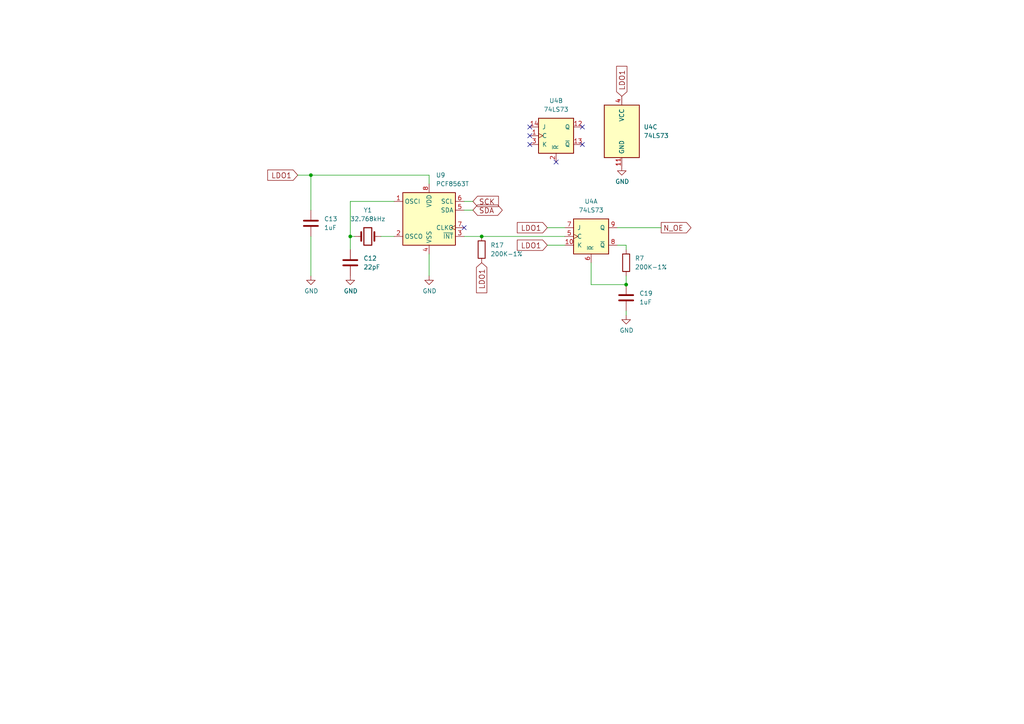
<source format=kicad_sch>
(kicad_sch (version 20230121) (generator eeschema)
  (paper "A4")
  (lib_symbols
    (symbol "74xx:74LS73" (pin_names (offset 1.016))
      (property "Reference" "U" (at -7.62 8.89 0))
      (property "Value" "74LS73" (at -7.62 -8.89 0))
      (symbol "74LS73_1_0"
        (pin input line (at -7.62 -2.54 0) (length 2.54) (name "K") (number "10"))
        (pin input clock (at -7.62 0 0) (length 2.54) (name "C") (number "5"))
        (pin input line (at 0 -7.62 90) (length 2.54) (name "~{R}") (number "6"))
        (pin input line (at -7.62 2.54 0) (length 2.54) (name "J") (number "7"))
        (pin output line (at 7.62 -2.54 180) (length 2.54) (name "~{Q}") (number "8"))
        (pin output line (at 7.62 2.54 180) (length 2.54) (name "Q") (number "9"))
      )
      (symbol "74LS73_1_1"
        (rectangle (start -5.08 5.08) (end 5.08 -5.08) (stroke (width 0.254)) (fill (type background)))
      )
      (symbol "74LS73_2_0"
        (pin input clock (at -7.62 0 0) (length 2.54) (name "C") (number "1"))
        (pin output line (at 7.62 2.54 180) (length 2.54) (name "Q") (number "12"))
        (pin output line (at 7.62 -2.54 180) (length 2.54) (name "~{Q}") (number "13"))
        (pin input line (at -7.62 2.54 0) (length 2.54) (name "J") (number "14"))
        (pin input line (at 0 -7.62 90) (length 2.54) (name "~{R}") (number "2"))
        (pin input line (at -7.62 -2.54 0) (length 2.54) (name "K") (number "3"))
      )
      (symbol "74LS73_2_1"
        (rectangle (start -5.08 5.08) (end 5.08 -5.08) (stroke (width 0.254)) (fill (type background)))
      )
      (symbol "74LS73_3_0"
        (pin power_in line (at 0 -10.16 90) (length 2.54) (name "GND") (number "11"))
        (pin power_in line (at 0 10.16 270) (length 2.54) (name "VCC") (number "4"))
      )
      (symbol "74LS73_3_1"
        (rectangle (start -5.08 7.62) (end 5.08 -7.62) (stroke (width 0.254)) (fill (type background)))
      )
    )
    (symbol "Device:C" (pin_numbers hide) (pin_names (offset 0.254))
      (property "Reference" "C" (at 0.635 2.54 0))
      (property "Value" "C" (at 0.635 -2.54 0))
      (symbol "C_0_1"
        (polyline (pts (xy -2.032 -0.762) (xy 2.032 -0.762)) (stroke (width 0.508)))
        (polyline (pts (xy -2.032 0.762) (xy 2.032 0.762)) (stroke (width 0.508)))
      )
      (symbol "C_1_1"
        (pin passive line (at 0 3.81 270) (length 2.794) (name "~") (number "1"))
        (pin passive line (at 0 -3.81 90) (length 2.794) (name "~") (number "2"))
      )
    )
    (symbol "Device:Crystal" (pin_numbers hide) (pin_names (offset 1.016) hide)
      (property "Reference" "Y" (at 0 3.81 0))
      (property "Value" "Crystal" (at 0 -3.81 0))
      (symbol "Crystal_0_1"
        (rectangle (start -1.143 2.54) (end 1.143 -2.54) (stroke (width 0.3048)))
        (polyline (pts (xy -2.54 0) (xy -1.905 0)))
        (polyline (pts (xy -1.905 -1.27) (xy -1.905 1.27)) (stroke (width 0.508)))
        (polyline (pts (xy 1.905 -1.27) (xy 1.905 1.27)) (stroke (width 0.508)))
        (polyline (pts (xy 2.54 0) (xy 1.905 0)))
      )
      (symbol "Crystal_1_1"
        (pin passive line (at -3.81 0 0) (length 1.27) (name "1") (number "1"))
        (pin passive line (at 3.81 0 180) (length 1.27) (name "2") (number "2"))
      )
    )
    (symbol "Device:R" (pin_numbers hide) (pin_names (offset 0))
      (property "Reference" "R" (at 2.032 0 90))
      (property "Value" "R" (at 0 0 90))
      (symbol "R_0_1"
        (rectangle (start -1.016 -2.54) (end 1.016 2.54) (stroke (width 0.254)))
      )
      (symbol "R_1_1"
        (pin passive line (at 0 3.81 270) (length 1.27) (name "~") (number "1"))
        (pin passive line (at 0 -3.81 90) (length 1.27) (name "~") (number "2"))
      )
    )
    (symbol "Timer_RTC:PCF8563T"
      (property "Reference" "U" (at -7.62 8.89 0))
      (property "Value" "PCF8563T" (at 2.54 8.89 0))
      (symbol "PCF8563T_0_1"
        (rectangle (start -7.62 7.62) (end 7.62 -7.62) (stroke (width 0.254)) (fill (type background)))
      )
      (symbol "PCF8563T_1_1"
        (pin input line (at -10.16 5.08 0) (length 2.54) (name "OSCI") (number "1"))
        (pin output line (at -10.16 -5.08 0) (length 2.54) (name "OSCO") (number "2"))
        (pin output line (at 10.16 -5.08 180) (length 2.54) (name "~{INT}") (number "3"))
        (pin power_in line (at 0 -10.16 90) (length 2.54) (name "VSS") (number "4"))
        (pin bidirectional line (at 10.16 2.54 180) (length 2.54) (name "SDA") (number "5"))
        (pin input line (at 10.16 5.08 180) (length 2.54) (name "SCL") (number "6"))
        (pin output clock (at 10.16 -2.54 180) (length 2.54) (name "CLKO") (number "7"))
        (pin power_in line (at 0 10.16 270) (length 2.54) (name "VDD") (number "8"))
      )
    )
    (symbol "power:GND" (power) (pin_names (offset 0))
      (property "Value" "GND" (at 0 -3.81 0))
      (symbol "GND_0_1"
        (polyline (pts (xy 0 0) (xy 0 -1.27) (xy 1.27 -1.27) (xy 0 -2.54) (xy -1.27 -1.27) (xy 0 -1.27)))
      )
      (symbol "GND_1_1"
        (pin power_in line (at 0 0 270) (length 0) hide (name "GND") (number "1"))
      )
    )
  )
  (junction (at 139.7 68.58))
  (junction (at 181.61 82.55))
  (junction (at 101.6 68.58))
  (junction (at 90.17 50.8))
  (no_connect (at 153.67 41.91))
  (no_connect (at 134.62 66.04))
  (no_connect (at 153.67 39.37))
  (no_connect (at 168.91 41.91))
  (no_connect (at 153.67 36.83))
  (no_connect (at 161.29 46.99))
  (no_connect (at 168.91 36.83))
  (wire (pts (xy 181.61 71.12) (xy 181.61 72.39)))
  (wire (pts (xy 90.17 50.8) (xy 124.46 50.8)))
  (wire (pts (xy 158.75 71.12) (xy 163.83 71.12)))
  (wire (pts (xy 86.36 50.8) (xy 90.17 50.8)))
  (wire (pts (xy 110.49 68.58) (xy 114.3 68.58)))
  (wire (pts (xy 179.07 71.12) (xy 181.61 71.12)))
  (wire (pts (xy 114.3 58.42) (xy 101.6 58.42)))
  (wire (pts (xy 158.75 66.04) (xy 163.83 66.04)))
  (wire (pts (xy 90.17 50.8) (xy 90.17 60.96)))
  (wire (pts (xy 124.46 53.34) (xy 124.46 50.8)))
  (wire (pts (xy 124.46 73.66) (xy 124.46 80.01)))
  (wire (pts (xy 139.7 68.58) (xy 163.83 68.58)))
  (wire (pts (xy 101.6 58.42) (xy 101.6 68.58)))
  (wire (pts (xy 181.61 90.17) (xy 181.61 91.44)))
  (wire (pts (xy 134.62 58.42) (xy 137.16 58.42)))
  (wire (pts (xy 171.45 76.2) (xy 171.45 82.55)))
  (wire (pts (xy 179.07 66.04) (xy 191.77 66.04)))
  (wire (pts (xy 134.62 60.96) (xy 137.16 60.96)))
  (wire (pts (xy 181.61 80.01) (xy 181.61 82.55)))
  (wire (pts (xy 101.6 68.58) (xy 102.87 68.58)))
  (wire (pts (xy 171.45 82.55) (xy 181.61 82.55)))
  (wire (pts (xy 134.62 68.58) (xy 139.7 68.58)))
  (wire (pts (xy 90.17 68.58) (xy 90.17 80.01)))
  (wire (pts (xy 101.6 68.58) (xy 101.6 72.39)))
  (global_label "N_OE" (shape output) (at 191.77 66.04 0) (effects (font (size 1.524 1.524))) (property "Intersheetrefs" "${INTERSHEET_REFS}" (effects hide)))
  (global_label "LDO1" (shape input) (at 180.34 27.94 90) (effects (font (size 1.524 1.524))) (property "Intersheetrefs" "${INTERSHEET_REFS}" (effects hide)))
  (global_label "LDO1" (shape input) (at 86.36 50.8 180) (effects (font (size 1.524 1.524))) (property "Intersheetrefs" "${INTERSHEET_REFS}" (effects hide)))
  (global_label "SCK" (shape input) (at 137.16 58.42 0) (effects (font (size 1.524 1.524))) (property "Intersheetrefs" "${INTERSHEET_REFS}" (effects hide)))
  (global_label "LDO1" (shape input) (at 158.75 66.04 180) (effects (font (size 1.524 1.524))) (property "Intersheetrefs" "${INTERSHEET_REFS}" (effects hide)))
  (global_label "LDO1" (shape input) (at 158.75 71.12 180) (effects (font (size 1.524 1.524))) (property "Intersheetrefs" "${INTERSHEET_REFS}" (effects hide)))
  (global_label "SDA" (shape bidirectional) (at 137.16 60.96 0) (effects (font (size 1.524 1.524))) (property "Intersheetrefs" "${INTERSHEET_REFS}" (effects hide)))
  (global_label "LDO1" (shape input) (at 139.7 76.2 270) (effects (font (size 1.524 1.524))) (property "Intersheetrefs" "${INTERSHEET_REFS}" (effects hide)))
  (symbol (lib_id "74xx:74LS73") (at 180.34 38.1 0) (unit 3)
    (property "Reference" "U4" (at 186.69 36.83 0) (effects (justify left)))
    (property "Value" "74LS73" (at 186.69 39.37 0) (effects (justify left)))
    (property "Footprint" "Package_SO:SOIC-14_3.9x8.7mm_P1.27mm" (effects hide))
    (property "Datasheet" "http://www.ti.com/lit/gpn/sn74LS73" (effects hide))
    (property "Description" "JK flip flop, neg clock, neg reset" (effects hide))
    (property "IncludeInBOM" "TRUE" (effects hide))
    (property "LCSC Part #" "C350539" (effects hide))
    (property "Manufacturer" "Texas Instruments" (effects hide))
    (property "ManufacturerPartNumber" "CD74HC73M96" (effects hide))
    (property "Original" "No" (effects hide))
    (property "Package" "SOIC-14" (effects hide))
    (property "ThroughHole" "FALSE" (effects hide))
    (property "WebsiteURL" "https://www.lcsc.com/product-detail/Flip-Flops_Texas-Instruments-CD74HC73M96_C350539.html" (effects hide))
    (property "JLCPCB Rotation Offset" "-90" (effects hide))
  )
  (symbol (lib_id "power:GND") (at 101.6 80.01 0) (unit 1)
    (property "Reference" "#PWR01" (effects hide))
    (property "Value" "GND" (at 101.727 84.4042 0))
    (instances (project "WiRoc_NanoPi" (path "" (reference "#PWR01") (unit 1))) (project "BTSerialClient" (path "" (reference "#PWR010") (unit 1))))
  )
  (symbol (lib_id "74xx:74LS73") (at 171.45 68.58 0) (unit 1)
    (property "Reference" "U4" (at 171.45 58.42 0))
    (property "Value" "74LS73" (at 171.45 60.96 0))
    (property "Footprint" "Package_SO:SOIC-14_3.9x8.7mm_P1.27mm" (effects hide))
    (property "Datasheet" "http://www.ti.com/lit/gpn/sn74LS73" (effects hide))
    (property "Description" "JK flip flop, neg clock, neg reset" (effects hide))
    (property "IncludeInBOM" "TRUE" (effects hide))
    (property "LCSC Part #" "C350539" (effects hide))
    (property "Manufacturer" "Texas Instruments" (effects hide))
    (property "ManufacturerPartNumber" "CD74HC73M96" (effects hide))
    (property "Original" "No" (effects hide))
    (property "Package" "SOIC-14" (effects hide))
    (property "ThroughHole" "FALSE" (effects hide))
    (property "WebsiteURL" "https://www.lcsc.com/product-detail/Flip-Flops_Texas-Instruments-CD74HC73M96_C350539.html" (effects hide))
    (property "JLCPCB Rotation Offset" "-90" (effects hide))
  )
  (symbol (lib_id "Device:C") (at 101.6 76.2 0) (unit 1)
    (property "Reference" "C12" (at 105.41 74.93 0) (effects (justify left)))
    (property "Value" "22pF" (at 105.41 77.47 0) (effects (justify left)))
    (property "Footprint" "Capacitor_SMD:C_0402_1005Metric" (effects hide))
    (property "IncludeInBOM" "TRUE" (effects hide))
    (property "LCSC Part #" "C1555" (effects hide))
    (property "Manufacturer" "Murata Electronics" (effects hide))
    (property "ManufacturerPartNumber" "GRM155R71C223JA01D" (effects hide))
    (property "Original" "No" (effects hide))
    (property "Package" "0402" (effects hide))
    (property "ThroughHole" "FALSE" (effects hide))
    (property "WebsiteURL" "https://jlcpcb.com/partdetail/749157-GRM155R71C223JA01D/C710885" (effects hide))
  )
  (symbol (lib_id "power:GND") (at 124.46 80.01 0) (unit 1)
    (property "Reference" "#PWR02" (effects hide))
    (property "Value" "GND" (at 124.587 84.4042 0))
    (instances (project "WiRoc_NanoPi" (path "" (reference "#PWR02") (unit 1))) (project "BTSerialClient" (path "" (reference "#PWR010") (unit 1))))
  )
  (symbol (lib_id "power:GND") (at 180.34 48.26 0) (unit 1)
    (property "Reference" "#PWR037" (effects hide))
    (property "Value" "GND" (at 180.467 52.6542 0))
    (instances (project "WiRoc_NanoPi" (path "" (reference "#PWR037") (unit 1))) (project "BTSerialClient" (path "" (reference "#PWR010") (unit 1))))
  )
  (symbol (lib_id "Timer_RTC:PCF8563T") (at 124.46 63.5 0) (unit 1)
    (property "Reference" "U9" (at 126.4159 50.8 0) (effects (justify left)))
    (property "Value" "PCF8563T" (at 126.4159 53.34 0) (effects (justify left)))
    (property "Footprint" "Package_SO:SOIC-8_3.9x4.9mm_P1.27mm" (effects hide))
    (property "Datasheet" "https://www.nxp.com/docs/en/data-sheet/PCF8563.pdf" (effects hide))
    (property "IncludeInBOM" "TRUE" (effects hide))
    (property "ThroughHole" "FALSE" (effects hide))
    (property "LCSC Part #" "C7440" (effects hide))
    (property "Manufacturer" "NXP Semicon" (effects hide))
    (property "ManufacturerPartNumber" "PCF8563T/5,518" (effects hide))
    (property "Original" "Yes" (effects hide))
    (property "JLCPCB Rotation Offset" "-90" (effects hide))
  )
  (symbol (lib_id "Device:R") (at 181.61 76.2 0) (unit 1)
    (property "Reference" "R7" (at 184.15 74.93 0) (effects (justify left)))
    (property "Value" "200K-1%" (at 184.15 77.47 0) (effects (justify left)))
    (property "Footprint" "Resistor_SMD:R_0402_1005Metric" (effects hide))
    (property "IncludeInBOM" "TRUE" (effects hide))
    (property "LCSC Part #" "C25811" (effects hide))
    (property "Manufacturer" "Uniroyal Elec" (effects hide))
    (property "ManufacturerPartNumber" "0603WAF2003T5E" (effects hide))
    (property "Original" "No" (effects hide))
    (property "Package" "0603" (effects hide))
    (property "ThroughHole" "FALSE" (effects hide))
    (property "WebsiteURL" "https://lcsc.com/product-detail/Chip-Resistor-Surface-Mount-UniOhm_Uniroyal-Elec-0603WAF2003T5E_C25811.html" (effects hide))
  )
  (symbol (lib_id "74xx:74LS73") (at 161.29 39.37 0) (unit 2)
    (property "Reference" "U4" (at 161.29 29.21 0))
    (property "Value" "74LS73" (at 161.29 31.75 0))
    (property "Footprint" "Package_SO:SOIC-14_3.9x8.7mm_P1.27mm" (effects hide))
    (property "Datasheet" "http://www.ti.com/lit/gpn/sn74LS73" (effects hide))
    (property "Description" "JK flip flop, neg clock, neg reset" (effects hide))
    (property "IncludeInBOM" "TRUE" (effects hide))
    (property "LCSC Part #" "C350539" (effects hide))
    (property "Manufacturer" "Texas Instruments" (effects hide))
    (property "ManufacturerPartNumber" "CD74HC73M96" (effects hide))
    (property "Original" "No" (effects hide))
    (property "Package" "SOIC-14" (effects hide))
    (property "ThroughHole" "FALSE" (effects hide))
    (property "WebsiteURL" "https://www.lcsc.com/product-detail/Flip-Flops_Texas-Instruments-CD74HC73M96_C350539.html" (effects hide))
    (property "JLCPCB Rotation Offset" "-90" (effects hide))
  )
  (symbol (lib_id "Device:Crystal") (at 106.68 68.58 0) (unit 1)
    (property "Reference" "Y1" (at 106.68 60.96 0))
    (property "Value" "32.768kHz" (at 106.68 63.5 0))
    (property "Footprint" "WiRoc:SMD3215-2P" (effects hide))
    (property "IncludeInBOM" "TRUE" (effects hide))
    (property "ThroughHole" "FALSE" (effects hide))
    (property "Original" "Yes" (effects hide))
    (property "LCSC Part #" "C32346" (effects hide))
    (property "Manufacturer" "Seiko Epson" (effects hide))
    (property "ManufacturerPartNumber" "Q13FC1350000400" (effects hide))
    (property "Package" "SMD3215-2P" (effects hide))
  )
  (symbol (lib_id "power:GND") (at 90.17 80.01 0) (unit 1)
    (property "Reference" "#PWR03" (effects hide))
    (property "Value" "GND" (at 90.297 84.4042 0))
    (instances (project "WiRoc_NanoPi" (path "" (reference "#PWR03") (unit 1))) (project "BTSerialClient" (path "" (reference "#PWR010") (unit 1))))
  )
  (symbol (lib_id "power:GND") (at 181.61 91.44 0) (unit 1)
    (property "Reference" "#PWR022" (effects hide))
    (property "Value" "GND" (at 181.737 95.8342 0))
    (instances (project "WiRoc_NanoPi" (path "" (reference "#PWR022") (unit 1))) (project "BTSerialClient" (path "" (reference "#PWR010") (unit 1))))
  )
  (symbol (lib_id "Device:C") (at 181.61 86.36 0) (unit 1)
    (property "Reference" "C19" (at 185.42 85.09 0) (effects (justify left)))
    (property "Value" "1uF" (at 185.42 87.63 0) (effects (justify left)))
    (property "Footprint" "Capacitor_SMD:C_0402_1005Metric" (effects hide))
    (property "Datasheet" "https://jlcpcb.com/partdetail/16531-CL10A105KB8NNNC/C15849" (effects hide))
    (property "IncludeInBOM" "TRUE" (effects hide))
    (property "LCSC Part #" "C15849" (effects hide))
    (property "Manufacturer" "Samsung Electro-Mechanics" (effects hide))
    (property "ManufacturerPartNumber" "CL10A105KB8NNNC" (effects hide))
    (property "Original" "No" (effects hide))
    (property "Package" "0603" (effects hide))
    (property "ThroughHole" "FALSE" (effects hide))
  )
  (symbol (lib_id "Device:C") (at 90.17 64.77 0) (unit 1)
    (property "Reference" "C13" (at 93.98 63.5 0) (effects (justify left)))
    (property "Value" "1uF" (at 93.98 66.04 0) (effects (justify left)))
    (property "Footprint" "Capacitor_SMD:C_0402_1005Metric" (effects hide))
    (property "Datasheet" "https://jlcpcb.com/partdetail/16531-CL10A105KB8NNNC/C15849" (effects hide))
    (property "IncludeInBOM" "TRUE" (effects hide))
    (property "LCSC Part #" "C15849" (effects hide))
    (property "Manufacturer" "Samsung Electro-Mechanics" (effects hide))
    (property "ManufacturerPartNumber" "CL10A105KB8NNNC" (effects hide))
    (property "Original" "No" (effects hide))
    (property "Package" "0603" (effects hide))
    (property "ThroughHole" "FALSE" (effects hide))
  )
  (symbol (lib_id "Device:R") (at 139.7 72.39 0) (unit 1)
    (property "Reference" "R17" (at 142.24 71.12 0) (effects (justify left)))
    (property "Value" "200K-1%" (at 142.24 73.66 0) (effects (justify left)))
    (property "Footprint" "Resistor_SMD:R_0603_1608Metric" (effects hide))
    (property "IncludeInBOM" "TRUE" (effects hide))
    (property "LCSC Part #" "C25811" (effects hide))
    (property "Manufacturer" "Uniroyal Elec" (effects hide))
    (property "ManufacturerPartNumber" "0603WAF2003T5E" (effects hide))
    (property "Original" "No" (effects hide))
    (property "Package" "0603" (effects hide))
    (property "ThroughHole" "FALSE" (effects hide))
    (property "WebsiteURL" "https://lcsc.com/product-detail/Chip-Resistor-Surface-Mount-UniOhm_Uniroyal-Elec-0603WAF2003T5E_C25811.html" (effects hide))
  )
)
</source>
